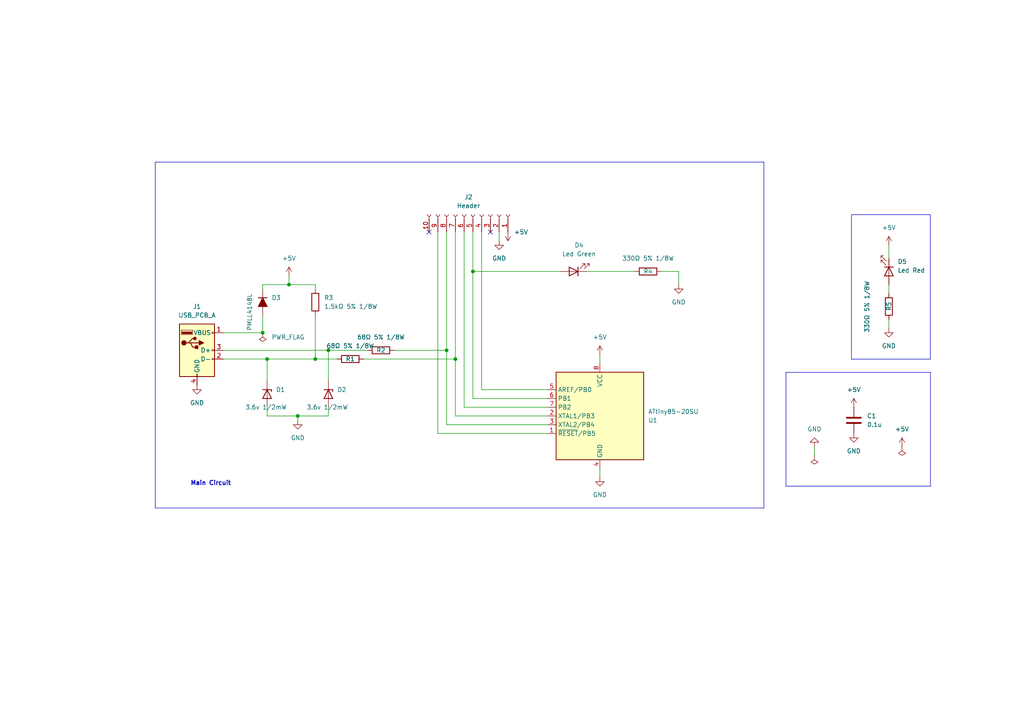
<source format=kicad_sch>
(kicad_sch (version 20230121) (generator eeschema)

  (uuid f2c20679-f28d-47ad-9191-2bfbde129570)

  (paper "A4")

  (title_block
    (title "ucc-microduino-2415049-yelicich-chacon")
    (date "2024-03-18")
    (rev "version Test2024")
    (company "UCC")
    (comment 1 "Micro Arduino para laboratorio de coputación 1")
  )

  (lib_symbols
    (symbol "+5V_1" (power) (pin_names (offset 0)) (in_bom yes) (on_board yes)
      (property "Reference" "#PWR" (at 0 -3.81 0)
        (effects (font (size 1.27 1.27)) hide)
      )
      (property "Value" "+5V_1" (at 0 3.556 0)
        (effects (font (size 1.27 1.27)))
      )
      (property "Footprint" "" (at 0 0 0)
        (effects (font (size 1.27 1.27)) hide)
      )
      (property "Datasheet" "" (at 0 0 0)
        (effects (font (size 1.27 1.27)) hide)
      )
      (property "ki_keywords" "global power" (at 0 0 0)
        (effects (font (size 1.27 1.27)) hide)
      )
      (property "ki_description" "Power symbol creates a global label with name \"+5V\"" (at 0 0 0)
        (effects (font (size 1.27 1.27)) hide)
      )
      (symbol "+5V_1_0_1"
        (polyline
          (pts
            (xy -0.762 1.27)
            (xy 0 2.54)
          )
          (stroke (width 0) (type default))
          (fill (type none))
        )
        (polyline
          (pts
            (xy 0 0)
            (xy 0 2.54)
          )
          (stroke (width 0) (type default))
          (fill (type none))
        )
        (polyline
          (pts
            (xy 0 2.54)
            (xy 0.762 1.27)
          )
          (stroke (width 0) (type default))
          (fill (type none))
        )
      )
      (symbol "+5V_1_1_1"
        (pin power_in line (at 0 0 90) (length 0) hide
          (name "+5V" (effects (font (size 1.27 1.27))))
          (number "1" (effects (font (size 1.27 1.27))))
        )
      )
    )
    (symbol "Connector:Conn_01x10_Socket" (pin_names (offset 1.016) hide) (in_bom yes) (on_board yes)
      (property "Reference" "J" (at 0 12.7 0)
        (effects (font (size 1.27 1.27)))
      )
      (property "Value" "Conn_01x10_Socket" (at 0 -15.24 0)
        (effects (font (size 1.27 1.27)))
      )
      (property "Footprint" "" (at 0 0 0)
        (effects (font (size 1.27 1.27)) hide)
      )
      (property "Datasheet" "~" (at 0 0 0)
        (effects (font (size 1.27 1.27)) hide)
      )
      (property "ki_locked" "" (at 0 0 0)
        (effects (font (size 1.27 1.27)))
      )
      (property "ki_keywords" "connector" (at 0 0 0)
        (effects (font (size 1.27 1.27)) hide)
      )
      (property "ki_description" "Generic connector, single row, 01x10, script generated" (at 0 0 0)
        (effects (font (size 1.27 1.27)) hide)
      )
      (property "ki_fp_filters" "Connector*:*_1x??_*" (at 0 0 0)
        (effects (font (size 1.27 1.27)) hide)
      )
      (symbol "Conn_01x10_Socket_1_1"
        (arc (start 0 -12.192) (mid -0.5058 -12.7) (end 0 -13.208)
          (stroke (width 0.1524) (type default))
          (fill (type none))
        )
        (arc (start 0 -9.652) (mid -0.5058 -10.16) (end 0 -10.668)
          (stroke (width 0.1524) (type default))
          (fill (type none))
        )
        (arc (start 0 -7.112) (mid -0.5058 -7.62) (end 0 -8.128)
          (stroke (width 0.1524) (type default))
          (fill (type none))
        )
        (arc (start 0 -4.572) (mid -0.5058 -5.08) (end 0 -5.588)
          (stroke (width 0.1524) (type default))
          (fill (type none))
        )
        (arc (start 0 -2.032) (mid -0.5058 -2.54) (end 0 -3.048)
          (stroke (width 0.1524) (type default))
          (fill (type none))
        )
        (polyline
          (pts
            (xy -1.27 -12.7)
            (xy -0.508 -12.7)
          )
          (stroke (width 0.1524) (type default))
          (fill (type none))
        )
        (polyline
          (pts
            (xy -1.27 -10.16)
            (xy -0.508 -10.16)
          )
          (stroke (width 0.1524) (type default))
          (fill (type none))
        )
        (polyline
          (pts
            (xy -1.27 -7.62)
            (xy -0.508 -7.62)
          )
          (stroke (width 0.1524) (type default))
          (fill (type none))
        )
        (polyline
          (pts
            (xy -1.27 -5.08)
            (xy -0.508 -5.08)
          )
          (stroke (width 0.1524) (type default))
          (fill (type none))
        )
        (polyline
          (pts
            (xy -1.27 -2.54)
            (xy -0.508 -2.54)
          )
          (stroke (width 0.1524) (type default))
          (fill (type none))
        )
        (polyline
          (pts
            (xy -1.27 0)
            (xy -0.508 0)
          )
          (stroke (width 0.1524) (type default))
          (fill (type none))
        )
        (polyline
          (pts
            (xy -1.27 2.54)
            (xy -0.508 2.54)
          )
          (stroke (width 0.1524) (type default))
          (fill (type none))
        )
        (polyline
          (pts
            (xy -1.27 5.08)
            (xy -0.508 5.08)
          )
          (stroke (width 0.1524) (type default))
          (fill (type none))
        )
        (polyline
          (pts
            (xy -1.27 7.62)
            (xy -0.508 7.62)
          )
          (stroke (width 0.1524) (type default))
          (fill (type none))
        )
        (polyline
          (pts
            (xy -1.27 10.16)
            (xy -0.508 10.16)
          )
          (stroke (width 0.1524) (type default))
          (fill (type none))
        )
        (arc (start 0 0.508) (mid -0.5058 0) (end 0 -0.508)
          (stroke (width 0.1524) (type default))
          (fill (type none))
        )
        (arc (start 0 3.048) (mid -0.5058 2.54) (end 0 2.032)
          (stroke (width 0.1524) (type default))
          (fill (type none))
        )
        (arc (start 0 5.588) (mid -0.5058 5.08) (end 0 4.572)
          (stroke (width 0.1524) (type default))
          (fill (type none))
        )
        (arc (start 0 8.128) (mid -0.5058 7.62) (end 0 7.112)
          (stroke (width 0.1524) (type default))
          (fill (type none))
        )
        (arc (start 0 10.668) (mid -0.5058 10.16) (end 0 9.652)
          (stroke (width 0.1524) (type default))
          (fill (type none))
        )
        (pin passive line (at -5.08 10.16 0) (length 3.81)
          (name "Pin_1" (effects (font (size 1.27 1.27))))
          (number "1" (effects (font (size 1.27 1.27))))
        )
        (pin passive line (at -5.08 -12.7 0) (length 3.81)
          (name "Pin_10" (effects (font (size 1.27 1.27))))
          (number "10" (effects (font (size 1.27 1.27))))
        )
        (pin passive line (at -5.08 7.62 0) (length 3.81)
          (name "Pin_2" (effects (font (size 1.27 1.27))))
          (number "2" (effects (font (size 1.27 1.27))))
        )
        (pin passive line (at -5.08 5.08 0) (length 3.81)
          (name "Pin_3" (effects (font (size 1.27 1.27))))
          (number "3" (effects (font (size 1.27 1.27))))
        )
        (pin passive line (at -5.08 2.54 0) (length 3.81)
          (name "Pin_4" (effects (font (size 1.27 1.27))))
          (number "4" (effects (font (size 1.27 1.27))))
        )
        (pin passive line (at -5.08 0 0) (length 3.81)
          (name "Pin_5" (effects (font (size 1.27 1.27))))
          (number "5" (effects (font (size 1.27 1.27))))
        )
        (pin passive line (at -5.08 -2.54 0) (length 3.81)
          (name "Pin_6" (effects (font (size 1.27 1.27))))
          (number "6" (effects (font (size 1.27 1.27))))
        )
        (pin passive line (at -5.08 -5.08 0) (length 3.81)
          (name "Pin_7" (effects (font (size 1.27 1.27))))
          (number "7" (effects (font (size 1.27 1.27))))
        )
        (pin passive line (at -5.08 -7.62 0) (length 3.81)
          (name "Pin_8" (effects (font (size 1.27 1.27))))
          (number "8" (effects (font (size 1.27 1.27))))
        )
        (pin passive line (at -5.08 -10.16 0) (length 3.81)
          (name "Pin_9" (effects (font (size 1.27 1.27))))
          (number "9" (effects (font (size 1.27 1.27))))
        )
      )
    )
    (symbol "Connector:USB_A" (pin_names (offset 1.016)) (in_bom yes) (on_board yes)
      (property "Reference" "J2" (at 0 12.7 0)
        (effects (font (size 1.27 1.27)))
      )
      (property "Value" "USB_A" (at 0 10.16 0)
        (effects (font (size 1.27 1.27)))
      )
      (property "Footprint" "" (at 3.81 -1.27 0)
        (effects (font (size 1.27 1.27)) hide)
      )
      (property "Datasheet" " ~" (at 3.81 -1.27 0)
        (effects (font (size 1.27 1.27)) hide)
      )
      (property "ki_keywords" "connector USB" (at 0 0 0)
        (effects (font (size 1.27 1.27)) hide)
      )
      (property "ki_description" "USB Type A connector" (at 0 0 0)
        (effects (font (size 1.27 1.27)) hide)
      )
      (property "ki_fp_filters" "USB*" (at 0 0 0)
        (effects (font (size 1.27 1.27)) hide)
      )
      (symbol "USB_A_0_1"
        (rectangle (start -5.08 -7.62) (end 5.08 7.62)
          (stroke (width 0.254) (type default))
          (fill (type background))
        )
        (circle (center -3.81 2.159) (radius 0.635)
          (stroke (width 0.254) (type default))
          (fill (type outline))
        )
        (rectangle (start -1.524 4.826) (end -4.318 5.334)
          (stroke (width 0) (type default))
          (fill (type outline))
        )
        (rectangle (start -1.27 4.572) (end -4.572 5.842)
          (stroke (width 0) (type default))
          (fill (type none))
        )
        (circle (center -0.635 3.429) (radius 0.381)
          (stroke (width 0.254) (type default))
          (fill (type outline))
        )
        (rectangle (start -0.127 -7.62) (end 0.127 -6.858)
          (stroke (width 0) (type default))
          (fill (type none))
        )
        (polyline
          (pts
            (xy -3.175 2.159)
            (xy -2.54 2.159)
            (xy -1.27 3.429)
            (xy -0.635 3.429)
          )
          (stroke (width 0.254) (type default))
          (fill (type none))
        )
        (polyline
          (pts
            (xy -2.54 2.159)
            (xy -1.905 2.159)
            (xy -1.27 0.889)
            (xy 0 0.889)
          )
          (stroke (width 0.254) (type default))
          (fill (type none))
        )
        (polyline
          (pts
            (xy 0.635 2.794)
            (xy 0.635 1.524)
            (xy 1.905 2.159)
            (xy 0.635 2.794)
          )
          (stroke (width 0.254) (type default))
          (fill (type outline))
        )
        (rectangle (start 0.254 1.27) (end -0.508 0.508)
          (stroke (width 0.254) (type default))
          (fill (type outline))
        )
        (rectangle (start 5.08 -2.667) (end 4.318 -2.413)
          (stroke (width 0) (type default))
          (fill (type none))
        )
        (rectangle (start 5.08 -0.127) (end 4.318 0.127)
          (stroke (width 0) (type default))
          (fill (type none))
        )
        (rectangle (start 5.08 4.953) (end 4.318 5.207)
          (stroke (width 0) (type default))
          (fill (type none))
        )
      )
      (symbol "USB_A_1_1"
        (polyline
          (pts
            (xy -1.905 2.159)
            (xy 0.635 2.159)
          )
          (stroke (width 0.254) (type default))
          (fill (type none))
        )
        (pin power_in line (at 7.62 5.08 180) (length 2.54)
          (name "VBUS" (effects (font (size 1.27 1.27))))
          (number "1" (effects (font (size 1.27 1.27))))
        )
        (pin bidirectional line (at 7.62 -2.54 180) (length 2.54)
          (name "D-" (effects (font (size 1.27 1.27))))
          (number "2" (effects (font (size 1.27 1.27))))
        )
        (pin bidirectional line (at 7.62 0 180) (length 2.54)
          (name "D+" (effects (font (size 1.27 1.27))))
          (number "3" (effects (font (size 1.27 1.27))))
        )
        (pin power_in line (at 0 -10.16 90) (length 2.54)
          (name "GND" (effects (font (size 1.27 1.27))))
          (number "4" (effects (font (size 1.27 1.27))))
        )
      )
    )
    (symbol "D_Filled_1" (pin_numbers hide) (pin_names (offset 1.016) hide) (in_bom yes) (on_board yes)
      (property "Reference" "D" (at 0 2.54 0)
        (effects (font (size 1.27 1.27)))
      )
      (property "Value" "D_Filled" (at 0 -2.54 0)
        (effects (font (size 1.27 1.27)))
      )
      (property "Footprint" "" (at 0 0 0)
        (effects (font (size 1.27 1.27)) hide)
      )
      (property "Datasheet" "~" (at 0 0 0)
        (effects (font (size 1.27 1.27)) hide)
      )
      (property "Sim.Device" "D" (at 0 0 0)
        (effects (font (size 1.27 1.27)) hide)
      )
      (property "Sim.Pins" "1=K 2=A" (at 0 0 0)
        (effects (font (size 1.27 1.27)) hide)
      )
      (property "ki_keywords" "diode" (at 0 0 0)
        (effects (font (size 1.27 1.27)) hide)
      )
      (property "ki_description" "Diode, filled shape" (at 0 0 0)
        (effects (font (size 1.27 1.27)) hide)
      )
      (property "ki_fp_filters" "TO-???* *_Diode_* *SingleDiode* D_*" (at 0 0 0)
        (effects (font (size 1.27 1.27)) hide)
      )
      (symbol "D_Filled_1_0_1"
        (polyline
          (pts
            (xy -1.27 1.27)
            (xy -1.27 -1.27)
          )
          (stroke (width 0.254) (type default))
          (fill (type none))
        )
        (polyline
          (pts
            (xy 1.27 0)
            (xy -1.27 0)
          )
          (stroke (width 0) (type default))
          (fill (type none))
        )
        (polyline
          (pts
            (xy 1.27 1.27)
            (xy 1.27 -1.27)
            (xy -1.27 0)
            (xy 1.27 1.27)
          )
          (stroke (width 0.254) (type default))
          (fill (type outline))
        )
      )
      (symbol "D_Filled_1_1_1"
        (pin passive line (at -3.81 0 0) (length 2.54)
          (name "K" (effects (font (size 1.27 1.27))))
          (number "1" (effects (font (size 1.27 1.27))))
        )
        (pin passive line (at 3.81 0 180) (length 2.54)
          (name "A" (effects (font (size 1.27 1.27))))
          (number "2" (effects (font (size 1.27 1.27))))
        )
      )
    )
    (symbol "Device:C" (pin_numbers hide) (pin_names (offset 0.254)) (in_bom yes) (on_board yes)
      (property "Reference" "C" (at 0.635 2.54 0)
        (effects (font (size 1.27 1.27)) (justify left))
      )
      (property "Value" "C" (at 0.635 -2.54 0)
        (effects (font (size 1.27 1.27)) (justify left))
      )
      (property "Footprint" "" (at 0.9652 -3.81 0)
        (effects (font (size 1.27 1.27)) hide)
      )
      (property "Datasheet" "~" (at 0 0 0)
        (effects (font (size 1.27 1.27)) hide)
      )
      (property "ki_keywords" "cap capacitor" (at 0 0 0)
        (effects (font (size 1.27 1.27)) hide)
      )
      (property "ki_description" "Unpolarized capacitor" (at 0 0 0)
        (effects (font (size 1.27 1.27)) hide)
      )
      (property "ki_fp_filters" "C_*" (at 0 0 0)
        (effects (font (size 1.27 1.27)) hide)
      )
      (symbol "C_0_1"
        (polyline
          (pts
            (xy -2.032 -0.762)
            (xy 2.032 -0.762)
          )
          (stroke (width 0.508) (type default))
          (fill (type none))
        )
        (polyline
          (pts
            (xy -2.032 0.762)
            (xy 2.032 0.762)
          )
          (stroke (width 0.508) (type default))
          (fill (type none))
        )
      )
      (symbol "C_1_1"
        (pin passive line (at 0 3.81 270) (length 2.794)
          (name "~" (effects (font (size 1.27 1.27))))
          (number "1" (effects (font (size 1.27 1.27))))
        )
        (pin passive line (at 0 -3.81 90) (length 2.794)
          (name "~" (effects (font (size 1.27 1.27))))
          (number "2" (effects (font (size 1.27 1.27))))
        )
      )
    )
    (symbol "Device:D_Zener" (pin_numbers hide) (pin_names (offset 1.016) hide) (in_bom yes) (on_board yes)
      (property "Reference" "D" (at 0 2.54 0)
        (effects (font (size 1.27 1.27)))
      )
      (property "Value" "D_Zener" (at 0 -2.54 0)
        (effects (font (size 1.27 1.27)))
      )
      (property "Footprint" "" (at 0 0 0)
        (effects (font (size 1.27 1.27)) hide)
      )
      (property "Datasheet" "~" (at 0 0 0)
        (effects (font (size 1.27 1.27)) hide)
      )
      (property "ki_keywords" "diode" (at 0 0 0)
        (effects (font (size 1.27 1.27)) hide)
      )
      (property "ki_description" "Zener diode" (at 0 0 0)
        (effects (font (size 1.27 1.27)) hide)
      )
      (property "ki_fp_filters" "TO-???* *_Diode_* *SingleDiode* D_*" (at 0 0 0)
        (effects (font (size 1.27 1.27)) hide)
      )
      (symbol "D_Zener_0_1"
        (polyline
          (pts
            (xy 1.27 0)
            (xy -1.27 0)
          )
          (stroke (width 0) (type default))
          (fill (type none))
        )
        (polyline
          (pts
            (xy -1.27 -1.27)
            (xy -1.27 1.27)
            (xy -0.762 1.27)
          )
          (stroke (width 0.254) (type default))
          (fill (type none))
        )
        (polyline
          (pts
            (xy 1.27 -1.27)
            (xy 1.27 1.27)
            (xy -1.27 0)
            (xy 1.27 -1.27)
          )
          (stroke (width 0.254) (type default))
          (fill (type none))
        )
      )
      (symbol "D_Zener_1_1"
        (pin passive line (at -3.81 0 0) (length 2.54)
          (name "K" (effects (font (size 1.27 1.27))))
          (number "1" (effects (font (size 1.27 1.27))))
        )
        (pin passive line (at 3.81 0 180) (length 2.54)
          (name "A" (effects (font (size 1.27 1.27))))
          (number "2" (effects (font (size 1.27 1.27))))
        )
      )
    )
    (symbol "Device:LED" (pin_numbers hide) (pin_names (offset 1.016) hide) (in_bom yes) (on_board yes)
      (property "Reference" "D" (at 0 2.54 0)
        (effects (font (size 1.27 1.27)))
      )
      (property "Value" "LED" (at 0 -2.54 0)
        (effects (font (size 1.27 1.27)))
      )
      (property "Footprint" "" (at 0 0 0)
        (effects (font (size 1.27 1.27)) hide)
      )
      (property "Datasheet" "~" (at 0 0 0)
        (effects (font (size 1.27 1.27)) hide)
      )
      (property "ki_keywords" "LED diode" (at 0 0 0)
        (effects (font (size 1.27 1.27)) hide)
      )
      (property "ki_description" "Light emitting diode" (at 0 0 0)
        (effects (font (size 1.27 1.27)) hide)
      )
      (property "ki_fp_filters" "LED* LED_SMD:* LED_THT:*" (at 0 0 0)
        (effects (font (size 1.27 1.27)) hide)
      )
      (symbol "LED_0_1"
        (polyline
          (pts
            (xy -1.27 -1.27)
            (xy -1.27 1.27)
          )
          (stroke (width 0.254) (type default))
          (fill (type none))
        )
        (polyline
          (pts
            (xy -1.27 0)
            (xy 1.27 0)
          )
          (stroke (width 0) (type default))
          (fill (type none))
        )
        (polyline
          (pts
            (xy 1.27 -1.27)
            (xy 1.27 1.27)
            (xy -1.27 0)
            (xy 1.27 -1.27)
          )
          (stroke (width 0.254) (type default))
          (fill (type none))
        )
        (polyline
          (pts
            (xy -3.048 -0.762)
            (xy -4.572 -2.286)
            (xy -3.81 -2.286)
            (xy -4.572 -2.286)
            (xy -4.572 -1.524)
          )
          (stroke (width 0) (type default))
          (fill (type none))
        )
        (polyline
          (pts
            (xy -1.778 -0.762)
            (xy -3.302 -2.286)
            (xy -2.54 -2.286)
            (xy -3.302 -2.286)
            (xy -3.302 -1.524)
          )
          (stroke (width 0) (type default))
          (fill (type none))
        )
      )
      (symbol "LED_1_1"
        (pin passive line (at -3.81 0 0) (length 2.54)
          (name "K" (effects (font (size 1.27 1.27))))
          (number "1" (effects (font (size 1.27 1.27))))
        )
        (pin passive line (at 3.81 0 180) (length 2.54)
          (name "A" (effects (font (size 1.27 1.27))))
          (number "2" (effects (font (size 1.27 1.27))))
        )
      )
    )
    (symbol "Device:R" (pin_numbers hide) (pin_names (offset 0)) (in_bom yes) (on_board yes)
      (property "Reference" "R" (at 2.032 0 90)
        (effects (font (size 1.27 1.27)))
      )
      (property "Value" "R" (at 0 0 90)
        (effects (font (size 1.27 1.27)))
      )
      (property "Footprint" "" (at -1.778 0 90)
        (effects (font (size 1.27 1.27)) hide)
      )
      (property "Datasheet" "~" (at 0 0 0)
        (effects (font (size 1.27 1.27)) hide)
      )
      (property "ki_keywords" "R res resistor" (at 0 0 0)
        (effects (font (size 1.27 1.27)) hide)
      )
      (property "ki_description" "Resistor" (at 0 0 0)
        (effects (font (size 1.27 1.27)) hide)
      )
      (property "ki_fp_filters" "R_*" (at 0 0 0)
        (effects (font (size 1.27 1.27)) hide)
      )
      (symbol "R_0_1"
        (rectangle (start -1.016 -2.54) (end 1.016 2.54)
          (stroke (width 0.254) (type default))
          (fill (type none))
        )
      )
      (symbol "R_1_1"
        (pin passive line (at 0 3.81 270) (length 1.27)
          (name "~" (effects (font (size 1.27 1.27))))
          (number "1" (effects (font (size 1.27 1.27))))
        )
        (pin passive line (at 0 -3.81 90) (length 1.27)
          (name "~" (effects (font (size 1.27 1.27))))
          (number "2" (effects (font (size 1.27 1.27))))
        )
      )
    )
    (symbol "GND_1" (power) (pin_names (offset 0)) (in_bom yes) (on_board yes)
      (property "Reference" "#PWR" (at 0 -6.35 0)
        (effects (font (size 1.27 1.27)) hide)
      )
      (property "Value" "GND_1" (at 0 -3.81 0)
        (effects (font (size 1.27 1.27)))
      )
      (property "Footprint" "" (at 0 0 0)
        (effects (font (size 1.27 1.27)) hide)
      )
      (property "Datasheet" "" (at 0 0 0)
        (effects (font (size 1.27 1.27)) hide)
      )
      (property "ki_keywords" "global power" (at 0 0 0)
        (effects (font (size 1.27 1.27)) hide)
      )
      (property "ki_description" "Power symbol creates a global label with name \"GND\" , ground" (at 0 0 0)
        (effects (font (size 1.27 1.27)) hide)
      )
      (symbol "GND_1_0_1"
        (polyline
          (pts
            (xy 0 0)
            (xy 0 -1.27)
            (xy 1.27 -1.27)
            (xy 0 -2.54)
            (xy -1.27 -1.27)
            (xy 0 -1.27)
          )
          (stroke (width 0) (type default))
          (fill (type none))
        )
      )
      (symbol "GND_1_1_1"
        (pin power_in line (at 0 0 270) (length 0) hide
          (name "GND" (effects (font (size 1.27 1.27))))
          (number "1" (effects (font (size 1.27 1.27))))
        )
      )
    )
    (symbol "MCU_Microchip_ATtiny:ATtiny85-20S" (in_bom yes) (on_board yes)
      (property "Reference" "U" (at -12.7 13.97 0)
        (effects (font (size 1.27 1.27)) (justify left bottom))
      )
      (property "Value" "ATtiny85-20S" (at 2.54 -13.97 0)
        (effects (font (size 1.27 1.27)) (justify left top))
      )
      (property "Footprint" "Package_SO:SOIC-8W_5.3x5.3mm_P1.27mm" (at 0 0 0)
        (effects (font (size 1.27 1.27) italic) hide)
      )
      (property "Datasheet" "http://ww1.microchip.com/downloads/en/DeviceDoc/atmel-2586-avr-8-bit-microcontroller-attiny25-attiny45-attiny85_datasheet.pdf" (at 0 0 0)
        (effects (font (size 1.27 1.27)) hide)
      )
      (property "ki_keywords" "AVR 8bit Microcontroller tinyAVR" (at 0 0 0)
        (effects (font (size 1.27 1.27)) hide)
      )
      (property "ki_description" "20MHz, 8kB Flash, 512B SRAM, 512B EEPROM, debugWIRE, SOIC-8W" (at 0 0 0)
        (effects (font (size 1.27 1.27)) hide)
      )
      (property "ki_fp_filters" "SOIC*5.3x5.3mm*P1.27mm*" (at 0 0 0)
        (effects (font (size 1.27 1.27)) hide)
      )
      (symbol "ATtiny85-20S_0_1"
        (rectangle (start -12.7 -12.7) (end 12.7 12.7)
          (stroke (width 0.254) (type default))
          (fill (type background))
        )
      )
      (symbol "ATtiny85-20S_1_1"
        (pin bidirectional line (at 15.24 -5.08 180) (length 2.54)
          (name "~{RESET}/PB5" (effects (font (size 1.27 1.27))))
          (number "1" (effects (font (size 1.27 1.27))))
        )
        (pin bidirectional line (at 15.24 0 180) (length 2.54)
          (name "XTAL1/PB3" (effects (font (size 1.27 1.27))))
          (number "2" (effects (font (size 1.27 1.27))))
        )
        (pin bidirectional line (at 15.24 -2.54 180) (length 2.54)
          (name "XTAL2/PB4" (effects (font (size 1.27 1.27))))
          (number "3" (effects (font (size 1.27 1.27))))
        )
        (pin power_in line (at 0 -15.24 90) (length 2.54)
          (name "GND" (effects (font (size 1.27 1.27))))
          (number "4" (effects (font (size 1.27 1.27))))
        )
        (pin bidirectional line (at 15.24 7.62 180) (length 2.54)
          (name "AREF/PB0" (effects (font (size 1.27 1.27))))
          (number "5" (effects (font (size 1.27 1.27))))
        )
        (pin bidirectional line (at 15.24 5.08 180) (length 2.54)
          (name "PB1" (effects (font (size 1.27 1.27))))
          (number "6" (effects (font (size 1.27 1.27))))
        )
        (pin bidirectional line (at 15.24 2.54 180) (length 2.54)
          (name "PB2" (effects (font (size 1.27 1.27))))
          (number "7" (effects (font (size 1.27 1.27))))
        )
        (pin power_in line (at 0 15.24 270) (length 2.54)
          (name "VCC" (effects (font (size 1.27 1.27))))
          (number "8" (effects (font (size 1.27 1.27))))
        )
      )
    )
    (symbol "PWR_FLAG_1" (power) (pin_numbers hide) (pin_names (offset 0) hide) (in_bom yes) (on_board yes)
      (property "Reference" "#FLG" (at 0 1.905 0)
        (effects (font (size 1.27 1.27)) hide)
      )
      (property "Value" "PWR_FLAG_1" (at 0 3.81 0)
        (effects (font (size 1.27 1.27)))
      )
      (property "Footprint" "" (at 0 0 0)
        (effects (font (size 1.27 1.27)) hide)
      )
      (property "Datasheet" "~" (at 0 0 0)
        (effects (font (size 1.27 1.27)) hide)
      )
      (property "ki_keywords" "flag power" (at 0 0 0)
        (effects (font (size 1.27 1.27)) hide)
      )
      (property "ki_description" "Special symbol for telling ERC where power comes from" (at 0 0 0)
        (effects (font (size 1.27 1.27)) hide)
      )
      (symbol "PWR_FLAG_1_0_0"
        (pin power_out line (at 0 0 90) (length 0)
          (name "pwr" (effects (font (size 1.27 1.27))))
          (number "1" (effects (font (size 1.27 1.27))))
        )
      )
      (symbol "PWR_FLAG_1_0_1"
        (polyline
          (pts
            (xy 0 0)
            (xy 0 1.27)
            (xy -1.016 1.905)
            (xy 0 2.54)
            (xy 1.016 1.905)
            (xy 0 1.27)
          )
          (stroke (width 0) (type default))
          (fill (type none))
        )
      )
    )
    (symbol "power:+5V" (power) (pin_names (offset 0)) (in_bom yes) (on_board yes)
      (property "Reference" "#PWR" (at 0 -3.81 0)
        (effects (font (size 1.27 1.27)) hide)
      )
      (property "Value" "+5V" (at 0 3.556 0)
        (effects (font (size 1.27 1.27)))
      )
      (property "Footprint" "" (at 0 0 0)
        (effects (font (size 1.27 1.27)) hide)
      )
      (property "Datasheet" "" (at 0 0 0)
        (effects (font (size 1.27 1.27)) hide)
      )
      (property "ki_keywords" "global power" (at 0 0 0)
        (effects (font (size 1.27 1.27)) hide)
      )
      (property "ki_description" "Power symbol creates a global label with name \"+5V\"" (at 0 0 0)
        (effects (font (size 1.27 1.27)) hide)
      )
      (symbol "+5V_0_1"
        (polyline
          (pts
            (xy -0.762 1.27)
            (xy 0 2.54)
          )
          (stroke (width 0) (type default))
          (fill (type none))
        )
        (polyline
          (pts
            (xy 0 0)
            (xy 0 2.54)
          )
          (stroke (width 0) (type default))
          (fill (type none))
        )
        (polyline
          (pts
            (xy 0 2.54)
            (xy 0.762 1.27)
          )
          (stroke (width 0) (type default))
          (fill (type none))
        )
      )
      (symbol "+5V_1_1"
        (pin power_in line (at 0 0 90) (length 0) hide
          (name "+5V" (effects (font (size 1.27 1.27))))
          (number "1" (effects (font (size 1.27 1.27))))
        )
      )
    )
    (symbol "power:GND" (power) (pin_names (offset 0)) (in_bom yes) (on_board yes)
      (property "Reference" "#PWR" (at 0 -6.35 0)
        (effects (font (size 1.27 1.27)) hide)
      )
      (property "Value" "GND" (at 0 -3.81 0)
        (effects (font (size 1.27 1.27)))
      )
      (property "Footprint" "" (at 0 0 0)
        (effects (font (size 1.27 1.27)) hide)
      )
      (property "Datasheet" "" (at 0 0 0)
        (effects (font (size 1.27 1.27)) hide)
      )
      (property "ki_keywords" "global power" (at 0 0 0)
        (effects (font (size 1.27 1.27)) hide)
      )
      (property "ki_description" "Power symbol creates a global label with name \"GND\" , ground" (at 0 0 0)
        (effects (font (size 1.27 1.27)) hide)
      )
      (symbol "GND_0_1"
        (polyline
          (pts
            (xy 0 0)
            (xy 0 -1.27)
            (xy 1.27 -1.27)
            (xy 0 -2.54)
            (xy -1.27 -1.27)
            (xy 0 -1.27)
          )
          (stroke (width 0) (type default))
          (fill (type none))
        )
      )
      (symbol "GND_1_1"
        (pin power_in line (at 0 0 270) (length 0) hide
          (name "GND" (effects (font (size 1.27 1.27))))
          (number "1" (effects (font (size 1.27 1.27))))
        )
      )
    )
  )

  (junction (at 137.16 78.74) (diameter 0) (color 0 0 0 0)
    (uuid 041451b2-89a3-4fb6-931f-507b56349feb)
  )
  (junction (at 129.54 101.6) (diameter 0) (color 0 0 0 0)
    (uuid 0d6fdf6f-7ed0-4295-83cf-f5ff21583e4a)
  )
  (junction (at 83.82 82.55) (diameter 0) (color 0 0 0 0)
    (uuid 638b2558-bdb3-4f0e-9a90-3fba32b05f33)
  )
  (junction (at 86.36 120.65) (diameter 0) (color 0 0 0 0)
    (uuid 660c5dce-dd76-4bc8-aeef-9830f52eea48)
  )
  (junction (at 76.2 96.52) (diameter 0) (color 0 0 0 0)
    (uuid a908dd76-7941-4155-9c6a-13074b566478)
  )
  (junction (at 132.08 104.14) (diameter 0) (color 0 0 0 0)
    (uuid aaf62ae4-f226-42ad-8cc0-4347456b80f4)
  )
  (junction (at 77.47 104.14) (diameter 0) (color 0 0 0 0)
    (uuid c5fc1635-1224-4bc2-8447-eaddf85762ae)
  )
  (junction (at 91.44 104.14) (diameter 0) (color 0 0 0 0)
    (uuid d1f57261-58c9-4c95-8669-390d3f60a1b5)
  )
  (junction (at 95.25 101.6) (diameter 0) (color 0 0 0 0)
    (uuid ddf87edf-283f-4ddd-b345-ed3e64bc1c60)
  )

  (no_connect (at 142.24 67.31) (uuid 16c0d12a-609b-4b7b-a5be-f97fcaaef355))
  (no_connect (at 124.46 67.31) (uuid 6f828faf-5169-4710-b5aa-feea6ba51fe2))

  (wire (pts (xy 105.41 104.14) (xy 132.08 104.14))
    (stroke (width 0) (type default))
    (uuid 05415ba3-7317-4033-be9c-3e9b92af3b7b)
  )
  (wire (pts (xy 173.99 138.43) (xy 173.99 135.89))
    (stroke (width 0) (type default))
    (uuid 08db8b25-a9d8-4e37-b517-580b0d093de5)
  )
  (wire (pts (xy 196.85 78.74) (xy 196.85 82.55))
    (stroke (width 0) (type default))
    (uuid 0d1a5132-55d1-4df6-9437-6e1235040e96)
  )
  (polyline (pts (xy 45.0342 147.3454) (xy 45.0342 47.0154))
    (stroke (width 0) (type default))
    (uuid 12c67071-fe67-4f47-a0ca-3ef1ab2bc966)
  )

  (wire (pts (xy 257.81 82.55) (xy 257.81 85.09))
    (stroke (width 0) (type default))
    (uuid 12d93ed6-f18e-416d-b801-5e1d325f2f30)
  )
  (wire (pts (xy 95.25 101.6) (xy 95.25 110.49))
    (stroke (width 0) (type default))
    (uuid 161d75b3-cab8-4fc2-b12f-e3562b058714)
  )
  (wire (pts (xy 139.7 67.31) (xy 139.7 113.03))
    (stroke (width 0) (type default))
    (uuid 1a55053b-d986-451c-89d4-940bea464d00)
  )
  (wire (pts (xy 95.25 118.11) (xy 95.25 120.65))
    (stroke (width 0) (type default))
    (uuid 1d96853b-1b4f-4ed1-8e56-94bc8ac0dcdb)
  )
  (polyline (pts (xy 221.5642 47.0154) (xy 221.5642 147.3454))
    (stroke (width 0) (type default))
    (uuid 1f5f82f7-3c3e-40e2-9a00-ce83a042d5ac)
  )

  (wire (pts (xy 137.16 78.74) (xy 162.56 78.74))
    (stroke (width 0) (type default))
    (uuid 1f91555b-8270-45f5-85ec-e9a1aabac669)
  )
  (wire (pts (xy 137.16 115.57) (xy 158.75 115.57))
    (stroke (width 0) (type default))
    (uuid 2711513b-2418-4c65-a87a-9b529507a3f1)
  )
  (wire (pts (xy 76.2 82.55) (xy 83.82 82.55))
    (stroke (width 0) (type default))
    (uuid 28600da6-d8f0-45b0-bcfd-a5e626e9bde5)
  )
  (wire (pts (xy 191.77 78.74) (xy 196.85 78.74))
    (stroke (width 0) (type default))
    (uuid 28708cfd-4d11-4657-8ede-33ce4926958b)
  )
  (wire (pts (xy 134.62 67.31) (xy 134.62 118.11))
    (stroke (width 0) (type default))
    (uuid 305e28f1-0c06-4fed-add1-fc13e9374791)
  )
  (wire (pts (xy 95.25 101.6) (xy 106.68 101.6))
    (stroke (width 0) (type default))
    (uuid 35f93e81-c790-4f4a-a3b3-d8e94497fb26)
  )
  (wire (pts (xy 91.44 91.44) (xy 91.44 104.14))
    (stroke (width 0) (type default))
    (uuid 3cabf514-5bb1-4f72-85c1-77704889252b)
  )
  (wire (pts (xy 132.08 120.65) (xy 158.75 120.65))
    (stroke (width 0) (type default))
    (uuid 3d520251-8a0b-44c3-b0e5-12a425a90f79)
  )
  (wire (pts (xy 170.18 78.74) (xy 184.15 78.74))
    (stroke (width 0) (type default))
    (uuid 3eae8464-1d81-4b14-88b9-95efb7f77ba5)
  )
  (wire (pts (xy 91.44 82.55) (xy 91.44 83.82))
    (stroke (width 0) (type default))
    (uuid 4ba2a961-10e9-4874-93f2-ca619ed0456a)
  )
  (wire (pts (xy 64.77 96.52) (xy 76.2 96.52))
    (stroke (width 0) (type default))
    (uuid 4d8b86d4-f39e-44cd-ac24-b82001a051e7)
  )
  (polyline (pts (xy 269.8242 62.2554) (xy 269.8242 104.1654))
    (stroke (width 0) (type default))
    (uuid 4eb3e81b-c3fe-4e85-853e-9ce32520e02d)
  )

  (wire (pts (xy 64.77 104.14) (xy 77.47 104.14))
    (stroke (width 0) (type default))
    (uuid 4f1b945f-fe4b-4b53-8e83-50bcd314fb34)
  )
  (wire (pts (xy 137.16 78.74) (xy 137.16 115.57))
    (stroke (width 0) (type default))
    (uuid 52108ec1-a9af-42c7-a637-1094a4593163)
  )
  (wire (pts (xy 129.54 101.6) (xy 129.54 123.19))
    (stroke (width 0) (type default))
    (uuid 5e87cff6-615a-41af-b006-fbb9fb2bf9d8)
  )
  (wire (pts (xy 76.2 82.55) (xy 76.2 83.82))
    (stroke (width 0) (type default))
    (uuid 6488931b-6f31-4bb2-a2c0-a173b8626b31)
  )
  (wire (pts (xy 132.08 67.31) (xy 132.08 104.14))
    (stroke (width 0) (type default))
    (uuid 650305ed-0814-47bb-ab14-7c04b0424484)
  )
  (polyline (pts (xy 227.965 108.0008) (xy 269.875 108.0008))
    (stroke (width 0) (type default))
    (uuid 654c2277-b153-442b-b460-0cc1001e1bfe)
  )

  (wire (pts (xy 127 67.31) (xy 127 125.73))
    (stroke (width 0) (type default))
    (uuid 6c01caea-f853-4852-8776-8268a8900837)
  )
  (polyline (pts (xy 269.8242 104.1654) (xy 246.9642 104.1654))
    (stroke (width 0) (type default))
    (uuid 73b21d52-5af1-4324-ac82-7fc4e93bc07a)
  )

  (wire (pts (xy 132.08 104.14) (xy 132.08 120.65))
    (stroke (width 0) (type default))
    (uuid 78f0382f-05c7-42e5-bc2d-60b8ebcf77ae)
  )
  (wire (pts (xy 137.16 67.31) (xy 137.16 78.74))
    (stroke (width 0) (type default))
    (uuid 79ac1660-7304-49b3-ad20-b436e01d3994)
  )
  (polyline (pts (xy 227.965 141.0208) (xy 227.965 108.0008))
    (stroke (width 0) (type default))
    (uuid 7b5ddeea-8245-4000-8222-3f545ae9a1f4)
  )

  (wire (pts (xy 91.44 104.14) (xy 97.79 104.14))
    (stroke (width 0) (type default))
    (uuid 7dc03508-3b5e-4d15-be2e-91adbd643da2)
  )
  (wire (pts (xy 77.47 104.14) (xy 91.44 104.14))
    (stroke (width 0) (type default))
    (uuid 7e4b2bc1-04c4-49da-a33b-c8c33a62d46f)
  )
  (polyline (pts (xy 221.5642 147.3454) (xy 45.0342 147.3454))
    (stroke (width 0) (type default))
    (uuid 7ebb2a4f-8cb5-40c6-9206-e43704b68921)
  )

  (wire (pts (xy 77.47 104.14) (xy 77.47 110.49))
    (stroke (width 0) (type default))
    (uuid 829c7c89-0925-4f72-8742-f927fe020130)
  )
  (wire (pts (xy 144.78 67.31) (xy 144.78 69.85))
    (stroke (width 0) (type default))
    (uuid 84031c01-5386-4bbd-bef0-03cb549477d0)
  )
  (wire (pts (xy 83.82 82.55) (xy 91.44 82.55))
    (stroke (width 0) (type default))
    (uuid 90facbc8-2226-4f66-9a06-7c74dc750af9)
  )
  (wire (pts (xy 134.62 118.11) (xy 158.75 118.11))
    (stroke (width 0) (type default))
    (uuid a02e28de-ecd7-4cd7-98d3-c9ef7c5bcc91)
  )
  (wire (pts (xy 77.47 118.11) (xy 77.47 120.65))
    (stroke (width 0) (type default))
    (uuid ac4aa63d-ff0a-49c3-b2de-94f94fbf214e)
  )
  (wire (pts (xy 114.3 101.6) (xy 129.54 101.6))
    (stroke (width 0) (type default))
    (uuid b7f8846d-7333-4cdb-97e1-d110c817b1ff)
  )
  (polyline (pts (xy 246.9642 104.1654) (xy 246.9642 62.2554))
    (stroke (width 0) (type default))
    (uuid c289a2e8-800f-459f-8e02-e4181254dd67)
  )
  (polyline (pts (xy 246.9642 62.2554) (xy 269.8242 62.2554))
    (stroke (width 0) (type default))
    (uuid c5196035-626d-4878-af78-a964605d27be)
  )

  (wire (pts (xy 83.82 80.01) (xy 83.82 82.55))
    (stroke (width 0) (type default))
    (uuid ccb898ae-337a-4fe4-bbd6-0e1faa73d6af)
  )
  (wire (pts (xy 257.81 71.12) (xy 257.81 74.93))
    (stroke (width 0) (type default))
    (uuid cd1eda20-39da-4d62-a3f7-d98d1834ab26)
  )
  (wire (pts (xy 76.2 96.52) (xy 76.2 91.44))
    (stroke (width 0) (type default))
    (uuid cf9f44f1-b54f-4224-97cb-341c3b34120d)
  )
  (wire (pts (xy 127 125.73) (xy 158.75 125.73))
    (stroke (width 0) (type default))
    (uuid cfabd7ea-b917-4477-8d30-29ff9b752ee5)
  )
  (wire (pts (xy 139.7 113.03) (xy 158.75 113.03))
    (stroke (width 0) (type default))
    (uuid d317d532-7703-4cb6-8389-26d97cb7d6cd)
  )
  (wire (pts (xy 64.77 101.6) (xy 95.25 101.6))
    (stroke (width 0) (type default))
    (uuid d5b3a426-0317-4bb4-9a32-3c33546bf4a6)
  )
  (wire (pts (xy 173.99 102.87) (xy 173.99 105.41))
    (stroke (width 0) (type default))
    (uuid d640fa0c-9126-42c2-9b84-d8e25ce31ead)
  )
  (wire (pts (xy 257.81 92.71) (xy 257.81 95.25))
    (stroke (width 0) (type default))
    (uuid dc63ae61-ba34-4cd0-91c6-ca4a9b2b4e7a)
  )
  (wire (pts (xy 86.36 120.65) (xy 86.36 121.92))
    (stroke (width 0) (type default))
    (uuid e2fef616-2edc-4ca3-9a03-d44487e53f99)
  )
  (polyline (pts (xy 269.875 108.0008) (xy 269.875 141.0208))
    (stroke (width 0) (type default))
    (uuid eaa8bceb-f274-422b-90fd-fe4877b72009)
  )

  (wire (pts (xy 77.47 120.65) (xy 86.36 120.65))
    (stroke (width 0) (type default))
    (uuid eb3ac79f-d97e-4b88-ba3a-7d1db8079a7e)
  )
  (wire (pts (xy 236.22 129.54) (xy 236.22 132.08))
    (stroke (width 0) (type default))
    (uuid ebd68dcc-d94b-4df4-8348-3b59ffd3d8b6)
  )
  (polyline (pts (xy 45.0342 47.0154) (xy 221.5642 47.0154))
    (stroke (width 0) (type default))
    (uuid ed367599-b43c-449a-9a14-78d4b79558be)
  )
  (polyline (pts (xy 269.875 141.0208) (xy 227.965 141.0208))
    (stroke (width 0) (type default))
    (uuid f518fdf6-0ceb-48a0-bbc6-ad5fd27a602e)
  )

  (wire (pts (xy 129.54 67.31) (xy 129.54 101.6))
    (stroke (width 0) (type default))
    (uuid f5d3b1ad-d951-498d-8fb3-b72b8d93a76b)
  )
  (wire (pts (xy 86.36 120.65) (xy 95.25 120.65))
    (stroke (width 0) (type default))
    (uuid fbb69d1f-14a6-4a5c-ab85-e0263de42dc9)
  )
  (wire (pts (xy 129.54 123.19) (xy 158.75 123.19))
    (stroke (width 0) (type default))
    (uuid fe70482b-949b-4431-959d-a6812df4f13a)
  )

  (text "Main Circuit" (at 55.1942 140.9954 0)
    (effects (font (size 1.27 1.27) (thickness 0.254) bold) (justify left bottom))
    (uuid 39ea4496-1b44-485f-ab4a-73accbcc9f99)
  )

  (symbol (lib_id "power:GND") (at 144.78 69.85 0) (unit 1)
    (in_bom yes) (on_board yes) (dnp no) (fields_autoplaced)
    (uuid 05b11cca-5ed1-458c-b391-32ac6af88c92)
    (property "Reference" "#PWR05" (at 144.78 76.2 0)
      (effects (font (size 1.27 1.27)) hide)
    )
    (property "Value" "GND" (at 144.78 74.93 0)
      (effects (font (size 1.27 1.27)))
    )
    (property "Footprint" "" (at 144.78 69.85 0)
      (effects (font (size 1.27 1.27)) hide)
    )
    (property "Datasheet" "" (at 144.78 69.85 0)
      (effects (font (size 1.27 1.27)) hide)
    )
    (pin "1" (uuid 3b4dda97-c0df-4bc7-9536-5f217278ebdb))
    (instances
      (project "UccMicroDuino"
        (path "/f2c20679-f28d-47ad-9191-2bfbde129570"
          (reference "#PWR05") (unit 1)
        )
      )
    )
  )

  (symbol (lib_id "Device:LED") (at 257.81 78.74 270) (unit 1)
    (in_bom yes) (on_board yes) (dnp no) (fields_autoplaced)
    (uuid 10997108-4d28-41d5-89fd-26fd3e77510d)
    (property "Reference" "D5" (at 260.35 75.8825 90)
      (effects (font (size 1.27 1.27)) (justify left))
    )
    (property "Value" "Led Red" (at 260.35 78.4225 90)
      (effects (font (size 1.27 1.27)) (justify left))
    )
    (property "Footprint" "ledSmd:ledSMD" (at 257.81 78.74 0)
      (effects (font (size 1.27 1.27)) hide)
    )
    (property "Datasheet" "~" (at 257.81 78.74 0)
      (effects (font (size 1.27 1.27)) hide)
    )
    (pin "1" (uuid 6a56b9b8-989d-40d2-b3e3-fa9b27e2b85e))
    (pin "2" (uuid 110d10a5-88f6-431c-a2cd-ff669426f494))
    (instances
      (project "UccMicroDuino"
        (path "/f2c20679-f28d-47ad-9191-2bfbde129570"
          (reference "D5") (unit 1)
        )
      )
    )
  )

  (symbol (lib_id "Device:R") (at 91.44 87.63 0) (unit 1)
    (in_bom yes) (on_board yes) (dnp no) (fields_autoplaced)
    (uuid 1ad09e81-a9e6-4168-ab8f-f6dc88a2ffca)
    (property "Reference" "R1" (at 93.98 86.36 0)
      (effects (font (size 1.27 1.27)) (justify left))
    )
    (property "Value" "1.5kΩ 5% 1/8W" (at 93.98 88.9 0)
      (effects (font (size 1.27 1.27)) (justify left))
    )
    (property "Footprint" "Resistor_SMD:R_0805_2012Metric_Pad1.20x1.40mm_HandSolder" (at 89.662 87.63 90)
      (effects (font (size 1.27 1.27)) hide)
    )
    (property "Datasheet" "~" (at 91.44 87.63 0)
      (effects (font (size 1.27 1.27)) hide)
    )
    (pin "1" (uuid 4e7abc82-5fea-48c4-8ea1-9a8328442143))
    (pin "2" (uuid 3db91e4f-0f11-4f40-b079-d1b1281a631f))
    (instances
      (project "Clase 1"
        (path "/e763c805-2d98-46c7-a7c5-10a127323b27"
          (reference "R1") (unit 1)
        )
      )
      (project "UccMicroDuino"
        (path "/f2c20679-f28d-47ad-9191-2bfbde129570"
          (reference "R3") (unit 1)
        )
      )
    )
  )

  (symbol (lib_id "power:GND") (at 247.65 125.73 0) (unit 1)
    (in_bom yes) (on_board yes) (dnp no) (fields_autoplaced)
    (uuid 1aeb63ea-d8d7-4aa1-8a4e-3bade80c2e2a)
    (property "Reference" "#PWR013" (at 247.65 132.08 0)
      (effects (font (size 1.27 1.27)) hide)
    )
    (property "Value" "GND" (at 247.65 130.81 0)
      (effects (font (size 1.27 1.27)))
    )
    (property "Footprint" "" (at 247.65 125.73 0)
      (effects (font (size 1.27 1.27)) hide)
    )
    (property "Datasheet" "" (at 247.65 125.73 0)
      (effects (font (size 1.27 1.27)) hide)
    )
    (pin "1" (uuid 92bf343e-1c71-426e-8b89-51b4b3682464))
    (instances
      (project "UccMicroDuino"
        (path "/f2c20679-f28d-47ad-9191-2bfbde129570"
          (reference "#PWR013") (unit 1)
        )
      )
    )
  )

  (symbol (lib_id "Device:R") (at 187.96 78.74 90) (unit 1)
    (in_bom yes) (on_board yes) (dnp no)
    (uuid 2227eb40-2052-4891-adb7-cd326667b877)
    (property "Reference" "R4" (at 187.96 78.74 90)
      (effects (font (size 1.27 1.27)))
    )
    (property "Value" "330Ω 5% 1/8W" (at 187.96 74.93 90)
      (effects (font (size 1.27 1.27)))
    )
    (property "Footprint" "Resistor_SMD:R_0805_2012Metric_Pad1.20x1.40mm_HandSolder" (at 187.96 80.518 90)
      (effects (font (size 1.27 1.27)) hide)
    )
    (property "Datasheet" "~" (at 187.96 78.74 0)
      (effects (font (size 1.27 1.27)) hide)
    )
    (pin "1" (uuid 9043252b-431b-469b-a435-baf25b8144bf))
    (pin "2" (uuid 2b709991-30d3-4899-b108-d3cfdd9c92e3))
    (instances
      (project "UccMicroDuino"
        (path "/f2c20679-f28d-47ad-9191-2bfbde129570"
          (reference "R4") (unit 1)
        )
      )
    )
  )

  (symbol (lib_id "Device:D_Zener") (at 77.47 114.3 270) (unit 1)
    (in_bom yes) (on_board yes) (dnp no)
    (uuid 25411291-d1c6-47f7-b371-c9e89490bee3)
    (property "Reference" "D1" (at 80.01 113.03 90)
      (effects (font (size 1.27 1.27)) (justify left))
    )
    (property "Value" "3.6v 1/2mW" (at 71.12 118.11 90)
      (effects (font (size 1.27 1.27)) (justify left))
    )
    (property "Footprint" "Diode_SMD:D_SOD-123" (at 77.47 114.3 0)
      (effects (font (size 1.27 1.27)) hide)
    )
    (property "Datasheet" "~" (at 77.47 114.3 0)
      (effects (font (size 1.27 1.27)) hide)
    )
    (pin "1" (uuid c2a5c4c6-90e3-41f9-bb4f-be5a750c86cd))
    (pin "2" (uuid 82b98da4-5a87-49ee-9494-960aaf8dd2a7))
    (instances
      (project "Clase 1"
        (path "/e763c805-2d98-46c7-a7c5-10a127323b27"
          (reference "D1") (unit 1)
        )
      )
      (project "UccMicroDuino"
        (path "/f2c20679-f28d-47ad-9191-2bfbde129570"
          (reference "D1") (unit 1)
        )
      )
    )
  )

  (symbol (lib_id "power:+5V") (at 173.99 102.87 0) (unit 1)
    (in_bom yes) (on_board yes) (dnp no) (fields_autoplaced)
    (uuid 31724bc0-f1a8-4dff-9a34-50c0805b9646)
    (property "Reference" "#PWR08" (at 173.99 106.68 0)
      (effects (font (size 1.27 1.27)) hide)
    )
    (property "Value" "+5V" (at 173.99 97.79 0)
      (effects (font (size 1.27 1.27)))
    )
    (property "Footprint" "" (at 173.99 102.87 0)
      (effects (font (size 1.27 1.27)) hide)
    )
    (property "Datasheet" "" (at 173.99 102.87 0)
      (effects (font (size 1.27 1.27)) hide)
    )
    (pin "1" (uuid 471dac05-81e3-49c6-b995-4e10e1c88e9f))
    (instances
      (project "UccMicroDuino"
        (path "/f2c20679-f28d-47ad-9191-2bfbde129570"
          (reference "#PWR08") (unit 1)
        )
      )
    )
  )

  (symbol (lib_id "MCU_Microchip_ATtiny:ATtiny85-20S") (at 173.99 120.65 0) (mirror y) (unit 1)
    (in_bom yes) (on_board yes) (dnp no)
    (uuid 333f0dac-2da2-4252-b55d-20da165172bb)
    (property "Reference" "U2" (at 187.96 121.92 0)
      (effects (font (size 1.27 1.27)) (justify right))
    )
    (property "Value" "ATtiny85-20SU" (at 187.96 119.38 0)
      (effects (font (size 1.27 1.27)) (justify right))
    )
    (property "Footprint" "Package_SO:SOIC-8W_5.3x5.3mm_P1.27mm" (at 173.99 120.65 0)
      (effects (font (size 1.27 1.27) italic) hide)
    )
    (property "Datasheet" "http://ww1.microchip.com/downloads/en/DeviceDoc/atmel-2586-avr-8-bit-microcontroller-attiny25-attiny45-attiny85_datasheet.pdf" (at 173.99 120.65 0)
      (effects (font (size 1.27 1.27)) hide)
    )
    (pin "1" (uuid f2c6d99f-a285-4a32-9cf2-5bf45904140f))
    (pin "2" (uuid b9f90a70-edd7-4fde-a922-a51230db7c64))
    (pin "3" (uuid 54d1a8d6-83c8-4e70-8a22-6566cdd95966))
    (pin "4" (uuid 5f554262-1a2a-4923-a8d6-fc00c2151943))
    (pin "5" (uuid ef4cd162-704a-4bac-864e-d0916bfe95c8))
    (pin "6" (uuid e0e0d17a-c138-4d68-a5f5-9153c0e1693f))
    (pin "7" (uuid 9186f3a7-8d84-48cb-88f1-ea069232b715))
    (pin "8" (uuid 3b673756-5089-4995-a6dc-25a2b5f6e068))
    (instances
      (project "Clase 1"
        (path "/e763c805-2d98-46c7-a7c5-10a127323b27"
          (reference "U2") (unit 1)
        )
      )
      (project "UccMicroDuino"
        (path "/f2c20679-f28d-47ad-9191-2bfbde129570"
          (reference "U1") (unit 1)
        )
      )
    )
  )

  (symbol (lib_id "Device:LED") (at 166.37 78.74 180) (unit 1)
    (in_bom yes) (on_board yes) (dnp no)
    (uuid 3439b42b-5d17-414f-993e-38d043e8aa5e)
    (property "Reference" "D4" (at 167.9575 71.12 0)
      (effects (font (size 1.27 1.27)))
    )
    (property "Value" "Led Green" (at 167.9575 73.66 0)
      (effects (font (size 1.27 1.27)))
    )
    (property "Footprint" "ledSmd:ledSMD" (at 166.37 78.74 0)
      (effects (font (size 1.27 1.27)) hide)
    )
    (property "Datasheet" "~" (at 166.37 78.74 0)
      (effects (font (size 1.27 1.27)) hide)
    )
    (pin "1" (uuid 030a8e9b-464d-4055-93cf-45ccbe2e6db3))
    (pin "2" (uuid befddfbd-4c76-4e5e-bbb1-447b65df88ff))
    (instances
      (project "UccMicroDuino"
        (path "/f2c20679-f28d-47ad-9191-2bfbde129570"
          (reference "D4") (unit 1)
        )
      )
    )
  )

  (symbol (lib_id "power:GND") (at 57.15 111.76 0) (unit 1)
    (in_bom yes) (on_board yes) (dnp no) (fields_autoplaced)
    (uuid 37ff8d52-7181-4ed5-be4e-185d916a4e3a)
    (property "Reference" "#PWR07" (at 57.15 118.11 0)
      (effects (font (size 1.27 1.27)) hide)
    )
    (property "Value" "GND" (at 57.15 116.84 0)
      (effects (font (size 1.27 1.27)))
    )
    (property "Footprint" "" (at 57.15 111.76 0)
      (effects (font (size 1.27 1.27)) hide)
    )
    (property "Datasheet" "" (at 57.15 111.76 0)
      (effects (font (size 1.27 1.27)) hide)
    )
    (pin "1" (uuid 1e610f3e-1d9b-4120-8bf4-12fb1b4f4a20))
    (instances
      (project "UccMicroDuino"
        (path "/f2c20679-f28d-47ad-9191-2bfbde129570"
          (reference "#PWR07") (unit 1)
        )
      )
    )
  )

  (symbol (lib_id "Connector:Conn_01x10_Socket") (at 137.16 62.23 270) (mirror x) (unit 1)
    (in_bom yes) (on_board yes) (dnp no)
    (uuid 43f917b8-7bd2-489e-9718-7e0381f2a8f7)
    (property "Reference" "J2" (at 135.89 57.15 90)
      (effects (font (size 1.27 1.27)))
    )
    (property "Value" "Header" (at 135.89 59.69 90)
      (effects (font (size 1.27 1.27)))
    )
    (property "Footprint" "Connector_PinHeader_2.54mm:PinHeader_1x10_P2.54mm_Vertical" (at 137.16 62.23 0)
      (effects (font (size 1.27 1.27)) hide)
    )
    (property "Datasheet" "~" (at 137.16 62.23 0)
      (effects (font (size 1.27 1.27)) hide)
    )
    (pin "1" (uuid 1ad0d284-548c-4c27-9f7e-6f1172cb046b))
    (pin "10" (uuid e88daa34-602c-4e83-9427-aa0dd966ad52))
    (pin "2" (uuid e12f72ec-aa3b-41cf-891c-1a1f2a061f30))
    (pin "3" (uuid cba46278-8e26-49e2-8a18-5c836a1efa69))
    (pin "4" (uuid c31609c3-304a-459d-9a65-5e52e0cdc51e))
    (pin "5" (uuid 475d861d-1e74-4dcb-8bc4-ca5faa9d7e3c))
    (pin "6" (uuid fd1a89f4-a391-4977-947d-86409a468e99))
    (pin "7" (uuid 4c7918ac-0fb5-45a4-a45d-18f6587b7827))
    (pin "8" (uuid 6e9bf377-8b2f-4ca8-9138-4ed8fc92d4db))
    (pin "9" (uuid 128fffcc-ce30-4610-bcf0-b122dc043ef6))
    (instances
      (project "Clase 1"
        (path "/e763c805-2d98-46c7-a7c5-10a127323b27"
          (reference "J2") (unit 1)
        )
      )
      (project "UccMicroDuino"
        (path "/f2c20679-f28d-47ad-9191-2bfbde129570"
          (reference "J2") (unit 1)
        )
      )
    )
  )

  (symbol (lib_name "PWR_FLAG_1") (lib_id "power:PWR_FLAG") (at 76.2 96.52 180) (unit 1)
    (in_bom yes) (on_board yes) (dnp no) (fields_autoplaced)
    (uuid 49fc92b4-28bb-410a-802d-2152d1c93b0d)
    (property "Reference" "#FLG02" (at 76.2 98.425 0)
      (effects (font (size 1.27 1.27)) hide)
    )
    (property "Value" "PWR_FLAG" (at 78.74 97.79 0)
      (effects (font (size 1.27 1.27)) (justify right))
    )
    (property "Footprint" "" (at 76.2 96.52 0)
      (effects (font (size 1.27 1.27)) hide)
    )
    (property "Datasheet" "~" (at 76.2 96.52 0)
      (effects (font (size 1.27 1.27)) hide)
    )
    (pin "1" (uuid 80b08540-bb28-4931-98de-b1716fd072d2))
    (instances
      (project "Clase 1"
        (path "/e763c805-2d98-46c7-a7c5-10a127323b27"
          (reference "#FLG02") (unit 1)
        )
      )
      (project "UccMicroDuino"
        (path "/f2c20679-f28d-47ad-9191-2bfbde129570"
          (reference "#FLG01") (unit 1)
        )
      )
    )
  )

  (symbol (lib_name "PWR_FLAG_1") (lib_id "power:PWR_FLAG") (at 236.22 132.08 180) (unit 1)
    (in_bom yes) (on_board yes) (dnp no) (fields_autoplaced)
    (uuid 4ec41c22-8011-4b32-a240-b4a05dbe919b)
    (property "Reference" "#FLG02" (at 236.22 133.985 0)
      (effects (font (size 1.27 1.27)) hide)
    )
    (property "Value" "PWR_FLAG" (at 238.76 133.35 0)
      (effects (font (size 1.27 1.27)) (justify right) hide)
    )
    (property "Footprint" "" (at 236.22 132.08 0)
      (effects (font (size 1.27 1.27)) hide)
    )
    (property "Datasheet" "~" (at 236.22 132.08 0)
      (effects (font (size 1.27 1.27)) hide)
    )
    (pin "1" (uuid 9743f739-3c8f-46c4-9fea-07932e2c4e09))
    (instances
      (project "Clase 1"
        (path "/e763c805-2d98-46c7-a7c5-10a127323b27"
          (reference "#FLG02") (unit 1)
        )
      )
      (project "UccMicroDuino"
        (path "/f2c20679-f28d-47ad-9191-2bfbde129570"
          (reference "#FLG02") (unit 1)
        )
      )
    )
  )

  (symbol (lib_id "power:+5V") (at 261.62 129.54 0) (unit 1)
    (in_bom yes) (on_board yes) (dnp no) (fields_autoplaced)
    (uuid 55ed16f7-c172-4b2a-bc44-574e7028dc57)
    (property "Reference" "#PWR012" (at 261.62 133.35 0)
      (effects (font (size 1.27 1.27)) hide)
    )
    (property "Value" "+5V" (at 261.62 124.46 0)
      (effects (font (size 1.27 1.27)))
    )
    (property "Footprint" "" (at 261.62 129.54 0)
      (effects (font (size 1.27 1.27)) hide)
    )
    (property "Datasheet" "" (at 261.62 129.54 0)
      (effects (font (size 1.27 1.27)) hide)
    )
    (pin "1" (uuid 1e5ababb-12b6-49b6-b54a-4918932ec7d7))
    (instances
      (project "UccMicroDuino"
        (path "/f2c20679-f28d-47ad-9191-2bfbde129570"
          (reference "#PWR012") (unit 1)
        )
      )
    )
  )

  (symbol (lib_id "power:GND") (at 236.22 129.54 180) (unit 1)
    (in_bom yes) (on_board yes) (dnp no) (fields_autoplaced)
    (uuid 56e5403c-d582-4140-8b2e-b68d5c01e037)
    (property "Reference" "#PWR014" (at 236.22 123.19 0)
      (effects (font (size 1.27 1.27)) hide)
    )
    (property "Value" "GND" (at 236.22 124.46 0)
      (effects (font (size 1.27 1.27)))
    )
    (property "Footprint" "" (at 236.22 129.54 0)
      (effects (font (size 1.27 1.27)) hide)
    )
    (property "Datasheet" "" (at 236.22 129.54 0)
      (effects (font (size 1.27 1.27)) hide)
    )
    (pin "1" (uuid 1815254b-546e-4aab-9cf2-2ecf021acc5e))
    (instances
      (project "UccMicroDuino"
        (path "/f2c20679-f28d-47ad-9191-2bfbde129570"
          (reference "#PWR014") (unit 1)
        )
      )
    )
  )

  (symbol (lib_id "power:GND") (at 86.36 121.92 0) (unit 1)
    (in_bom yes) (on_board yes) (dnp no) (fields_autoplaced)
    (uuid 6b44f085-9372-4656-aa97-cf699aceb41b)
    (property "Reference" "#PWR03" (at 86.36 128.27 0)
      (effects (font (size 1.27 1.27)) hide)
    )
    (property "Value" "GND" (at 86.36 127 0)
      (effects (font (size 1.27 1.27)))
    )
    (property "Footprint" "" (at 86.36 121.92 0)
      (effects (font (size 1.27 1.27)) hide)
    )
    (property "Datasheet" "" (at 86.36 121.92 0)
      (effects (font (size 1.27 1.27)) hide)
    )
    (pin "1" (uuid 02959d3d-c7d5-44f4-9fed-1cccef5b6354))
    (instances
      (project "UccMicroDuino"
        (path "/f2c20679-f28d-47ad-9191-2bfbde129570"
          (reference "#PWR03") (unit 1)
        )
      )
    )
  )

  (symbol (lib_id "Device:R") (at 257.81 88.9 0) (unit 1)
    (in_bom yes) (on_board yes) (dnp no)
    (uuid 74502403-7f92-4382-b631-64bbcc703069)
    (property "Reference" "R5" (at 257.81 90.17 90)
      (effects (font (size 1.27 1.27)) (justify left))
    )
    (property "Value" "330Ω 5% 1/8W" (at 251.46 96.52 90)
      (effects (font (size 1.27 1.27)) (justify left))
    )
    (property "Footprint" "Resistor_SMD:R_0805_2012Metric_Pad1.20x1.40mm_HandSolder" (at 256.032 88.9 90)
      (effects (font (size 1.27 1.27)) hide)
    )
    (property "Datasheet" "~" (at 257.81 88.9 0)
      (effects (font (size 1.27 1.27)) hide)
    )
    (pin "1" (uuid 120d2fe4-cfcf-42d2-b7bd-63f1afd33125))
    (pin "2" (uuid d6b3d0b0-54af-4522-aec4-916628bbef55))
    (instances
      (project "UccMicroDuino"
        (path "/f2c20679-f28d-47ad-9191-2bfbde129570"
          (reference "R5") (unit 1)
        )
      )
    )
  )

  (symbol (lib_id "Connector:USB_A") (at 57.15 101.6 0) (unit 1)
    (in_bom yes) (on_board yes) (dnp no) (fields_autoplaced)
    (uuid 77930420-63c6-4391-9ed3-fb6ce2bbc1cf)
    (property "Reference" "J1" (at 57.15 88.9 0)
      (effects (font (size 1.27 1.27)))
    )
    (property "Value" "USB_PCB_A" (at 57.15 91.44 0)
      (effects (font (size 1.27 1.27)))
    )
    (property "Footprint" "embeddedPcbUsb:USB_A_UCC" (at 60.96 102.87 0)
      (effects (font (size 1.27 1.27)) hide)
    )
    (property "Datasheet" " ~" (at 60.96 102.87 0)
      (effects (font (size 1.27 1.27)) hide)
    )
    (pin "1" (uuid ff904247-26ce-4f0e-a3b3-f0df86b727d4))
    (pin "2" (uuid 7ea7030c-cc1f-469a-aa2a-a3c9f7f708eb))
    (pin "3" (uuid 7ecf172f-b592-4cb3-9fad-7d589b618936))
    (pin "4" (uuid 25ea8e71-f8e0-42bf-9ee7-9fb4d26ecea3))
    (instances
      (project "UccMicroDuino"
        (path "/f2c20679-f28d-47ad-9191-2bfbde129570"
          (reference "J1") (unit 1)
        )
      )
    )
  )

  (symbol (lib_name "GND_1") (lib_id "power:GND") (at 257.81 95.25 0) (unit 1)
    (in_bom yes) (on_board yes) (dnp no) (fields_autoplaced)
    (uuid 7da3696d-6381-4689-aac1-5b0136450b8e)
    (property "Reference" "#PWR01" (at 257.81 101.6 0)
      (effects (font (size 1.27 1.27)) hide)
    )
    (property "Value" "GND" (at 257.81 100.33 0)
      (effects (font (size 1.27 1.27)))
    )
    (property "Footprint" "" (at 257.81 95.25 0)
      (effects (font (size 1.27 1.27)) hide)
    )
    (property "Datasheet" "" (at 257.81 95.25 0)
      (effects (font (size 1.27 1.27)) hide)
    )
    (pin "1" (uuid 72bacb11-7a6e-4402-9004-64ea7ce7ef8c))
    (instances
      (project "Clase 1"
        (path "/e763c805-2d98-46c7-a7c5-10a127323b27"
          (reference "#PWR01") (unit 1)
        )
      )
      (project "UccMicroDuino"
        (path "/f2c20679-f28d-47ad-9191-2bfbde129570"
          (reference "#PWR02") (unit 1)
        )
      )
    )
  )

  (symbol (lib_id "Device:R") (at 110.49 101.6 90) (unit 1)
    (in_bom yes) (on_board yes) (dnp no)
    (uuid 9232b528-d461-48fc-8a05-af9600560846)
    (property "Reference" "R2" (at 110.49 101.6 90)
      (effects (font (size 1.27 1.27)))
    )
    (property "Value" "68Ω 5% 1/8W" (at 110.49 97.79 90)
      (effects (font (size 1.27 1.27)))
    )
    (property "Footprint" "Resistor_SMD:R_0805_2012Metric_Pad1.20x1.40mm_HandSolder" (at 110.49 103.378 90)
      (effects (font (size 1.27 1.27)) hide)
    )
    (property "Datasheet" "~" (at 110.49 101.6 0)
      (effects (font (size 1.27 1.27)) hide)
    )
    (pin "1" (uuid 422f7955-69c2-4d82-9e6e-2335a8eb3156))
    (pin "2" (uuid 3cc633e3-a3bb-44f6-a0ab-5ee784efe09b))
    (instances
      (project "UccMicroDuino"
        (path "/f2c20679-f28d-47ad-9191-2bfbde129570"
          (reference "R2") (unit 1)
        )
      )
    )
  )

  (symbol (lib_name "+5V_1") (lib_id "power:+5V") (at 83.82 80.01 0) (unit 1)
    (in_bom yes) (on_board yes) (dnp no) (fields_autoplaced)
    (uuid 9ba0b043-84e1-417b-8bdb-24206e617e59)
    (property "Reference" "#PWR03" (at 83.82 83.82 0)
      (effects (font (size 1.27 1.27)) hide)
    )
    (property "Value" "+5V" (at 83.82 74.93 0)
      (effects (font (size 1.27 1.27)))
    )
    (property "Footprint" "" (at 83.82 80.01 0)
      (effects (font (size 1.27 1.27)) hide)
    )
    (property "Datasheet" "" (at 83.82 80.01 0)
      (effects (font (size 1.27 1.27)) hide)
    )
    (pin "1" (uuid 9d43e0d7-9ccb-444f-9b1a-41336065e22f))
    (instances
      (project "Clase 1"
        (path "/e763c805-2d98-46c7-a7c5-10a127323b27"
          (reference "#PWR03") (unit 1)
        )
      )
      (project "UccMicroDuino"
        (path "/f2c20679-f28d-47ad-9191-2bfbde129570"
          (reference "#PWR01") (unit 1)
        )
      )
    )
  )

  (symbol (lib_id "Device:R") (at 101.6 104.14 270) (unit 1)
    (in_bom yes) (on_board yes) (dnp no)
    (uuid 9eef3d2c-2e98-49f3-a185-1dcbfbb52057)
    (property "Reference" "R1" (at 101.6 104.14 90)
      (effects (font (size 1.27 1.27)))
    )
    (property "Value" "68Ω 5% 1/8W" (at 101.6 100.33 90)
      (effects (font (size 1.27 1.27)))
    )
    (property "Footprint" "Resistor_SMD:R_0805_2012Metric_Pad1.20x1.40mm_HandSolder" (at 101.6 102.362 90)
      (effects (font (size 1.27 1.27)) hide)
    )
    (property "Datasheet" "~" (at 101.6 104.14 0)
      (effects (font (size 1.27 1.27)) hide)
    )
    (pin "1" (uuid 39665715-4668-4e82-a08b-2d6b73d413ff))
    (pin "2" (uuid a3abcdf8-8ae1-4038-9edd-b04b4c3582aa))
    (instances
      (project "UccMicroDuino"
        (path "/f2c20679-f28d-47ad-9191-2bfbde129570"
          (reference "R1") (unit 1)
        )
      )
    )
  )

  (symbol (lib_id "power:GND") (at 173.99 138.43 0) (unit 1)
    (in_bom yes) (on_board yes) (dnp no) (fields_autoplaced)
    (uuid bf06753e-cac3-4231-8b66-8ccca5bcc6dd)
    (property "Reference" "#PWR09" (at 173.99 144.78 0)
      (effects (font (size 1.27 1.27)) hide)
    )
    (property "Value" "GND" (at 173.99 143.51 0)
      (effects (font (size 1.27 1.27)))
    )
    (property "Footprint" "" (at 173.99 138.43 0)
      (effects (font (size 1.27 1.27)) hide)
    )
    (property "Datasheet" "" (at 173.99 138.43 0)
      (effects (font (size 1.27 1.27)) hide)
    )
    (pin "1" (uuid 8019cde1-9c93-41c6-9fd3-9f18be076b11))
    (instances
      (project "UccMicroDuino"
        (path "/f2c20679-f28d-47ad-9191-2bfbde129570"
          (reference "#PWR09") (unit 1)
        )
      )
    )
  )

  (symbol (lib_name "PWR_FLAG_1") (lib_id "power:PWR_FLAG") (at 261.62 129.54 180) (unit 1)
    (in_bom yes) (on_board yes) (dnp no) (fields_autoplaced)
    (uuid c15c7815-03fd-4ac2-a2fa-c6afec0dd81f)
    (property "Reference" "#FLG02" (at 261.62 131.445 0)
      (effects (font (size 1.27 1.27)) hide)
    )
    (property "Value" "PWR_FLAG" (at 264.16 130.81 0)
      (effects (font (size 1.27 1.27)) (justify right) hide)
    )
    (property "Footprint" "" (at 261.62 129.54 0)
      (effects (font (size 1.27 1.27)) hide)
    )
    (property "Datasheet" "~" (at 261.62 129.54 0)
      (effects (font (size 1.27 1.27)) hide)
    )
    (pin "1" (uuid 5d0e9c56-1c32-44c7-b9f4-6c7727a7cb1f))
    (instances
      (project "Clase 1"
        (path "/e763c805-2d98-46c7-a7c5-10a127323b27"
          (reference "#FLG02") (unit 1)
        )
      )
      (project "UccMicroDuino"
        (path "/f2c20679-f28d-47ad-9191-2bfbde129570"
          (reference "#FLG03") (unit 1)
        )
      )
    )
  )

  (symbol (lib_id "Device:C") (at 247.65 121.92 0) (unit 1)
    (in_bom yes) (on_board yes) (dnp no) (fields_autoplaced)
    (uuid da643e3a-5687-42a8-97a3-22d535a08b74)
    (property "Reference" "C1" (at 251.46 120.65 0)
      (effects (font (size 1.27 1.27)) (justify left))
    )
    (property "Value" "0.1u" (at 251.46 123.19 0)
      (effects (font (size 1.27 1.27)) (justify left))
    )
    (property "Footprint" "Capacitor_SMD:C_0805_2012Metric_Pad1.18x1.45mm_HandSolder" (at 248.6152 125.73 0)
      (effects (font (size 1.27 1.27)) hide)
    )
    (property "Datasheet" "~" (at 247.65 121.92 0)
      (effects (font (size 1.27 1.27)) hide)
    )
    (pin "1" (uuid 05d3c67b-4bfb-4f89-8549-b6a47fc7f631))
    (pin "2" (uuid 187cfc54-7427-42f1-8347-b370599d44a5))
    (instances
      (project "UccMicroDuino"
        (path "/f2c20679-f28d-47ad-9191-2bfbde129570"
          (reference "C1") (unit 1)
        )
      )
    )
  )

  (symbol (lib_id "Device:D_Zener") (at 95.25 114.3 270) (unit 1)
    (in_bom yes) (on_board yes) (dnp no)
    (uuid ea4add68-a5dc-491e-8636-26ebf4e14956)
    (property "Reference" "D1" (at 97.79 113.03 90)
      (effects (font (size 1.27 1.27)) (justify left))
    )
    (property "Value" "3.6v 1/2mW" (at 88.9 118.11 90)
      (effects (font (size 1.27 1.27)) (justify left))
    )
    (property "Footprint" "Diode_SMD:D_SOD-123" (at 95.25 114.3 0)
      (effects (font (size 1.27 1.27)) hide)
    )
    (property "Datasheet" "~" (at 95.25 114.3 0)
      (effects (font (size 1.27 1.27)) hide)
    )
    (pin "1" (uuid 1b2e0714-bed8-450f-ae04-8f6ff35438b6))
    (pin "2" (uuid 55b469a5-5fe7-4b78-b707-894174767436))
    (instances
      (project "Clase 1"
        (path "/e763c805-2d98-46c7-a7c5-10a127323b27"
          (reference "D1") (unit 1)
        )
      )
      (project "UccMicroDuino"
        (path "/f2c20679-f28d-47ad-9191-2bfbde129570"
          (reference "D2") (unit 1)
        )
      )
    )
  )

  (symbol (lib_name "D_Filled_1") (lib_id "Device:D_Filled") (at 76.2 87.63 270) (unit 1)
    (in_bom yes) (on_board yes) (dnp no)
    (uuid ec363ca7-9f6b-4b25-b8df-2ef26ff06ad9)
    (property "Reference" "D5" (at 78.74 86.36 90)
      (effects (font (size 1.27 1.27)) (justify left))
    )
    (property "Value" "PMLL4148L" (at 72.39 85.09 0)
      (effects (font (size 1.27 1.27)) (justify left))
    )
    (property "Footprint" "Diode_SMD:D_MiniMELF" (at 76.2 87.63 0)
      (effects (font (size 1.27 1.27)) hide)
    )
    (property "Datasheet" "~" (at 76.2 87.63 0)
      (effects (font (size 1.27 1.27)) hide)
    )
    (property "Sim.Device" "D" (at 76.2 87.63 0)
      (effects (font (size 1.27 1.27)) hide)
    )
    (property "Sim.Pins" "1=K 2=A" (at 76.2 87.63 0)
      (effects (font (size 1.27 1.27)) hide)
    )
    (pin "1" (uuid 4a2d7f31-3eb0-4364-8f03-81769a0e03e2))
    (pin "2" (uuid 94d6adfe-2cd4-4fad-8aa9-9903ded6d4f8))
    (instances
      (project "Clase 1"
        (path "/e763c805-2d98-46c7-a7c5-10a127323b27"
          (reference "D5") (unit 1)
        )
      )
      (project "UccMicroDuino"
        (path "/f2c20679-f28d-47ad-9191-2bfbde129570"
          (reference "D3") (unit 1)
        )
      )
    )
  )

  (symbol (lib_id "power:+5V") (at 147.32 67.31 180) (unit 1)
    (in_bom yes) (on_board yes) (dnp no)
    (uuid ec8d2bf9-c93f-4cc4-8b84-889e9a52b8d8)
    (property "Reference" "#PWR06" (at 147.32 63.5 0)
      (effects (font (size 1.27 1.27)) hide)
    )
    (property "Value" "+5V" (at 151.13 67.31 0)
      (effects (font (size 1.27 1.27)))
    )
    (property "Footprint" "" (at 147.32 67.31 0)
      (effects (font (size 1.27 1.27)) hide)
    )
    (property "Datasheet" "" (at 147.32 67.31 0)
      (effects (font (size 1.27 1.27)) hide)
    )
    (pin "1" (uuid 542f56e0-6f4c-4100-875b-890fd7164b3c))
    (instances
      (project "UccMicroDuino"
        (path "/f2c20679-f28d-47ad-9191-2bfbde129570"
          (reference "#PWR06") (unit 1)
        )
      )
    )
  )

  (symbol (lib_id "power:+5V") (at 257.81 71.12 0) (unit 1)
    (in_bom yes) (on_board yes) (dnp no) (fields_autoplaced)
    (uuid eca316d6-74cc-4b77-a981-49ea0cb16225)
    (property "Reference" "#PWR011" (at 257.81 74.93 0)
      (effects (font (size 1.27 1.27)) hide)
    )
    (property "Value" "+5V" (at 257.81 66.04 0)
      (effects (font (size 1.27 1.27)))
    )
    (property "Footprint" "" (at 257.81 71.12 0)
      (effects (font (size 1.27 1.27)) hide)
    )
    (property "Datasheet" "" (at 257.81 71.12 0)
      (effects (font (size 1.27 1.27)) hide)
    )
    (pin "1" (uuid 5183b3ac-db29-40ff-ba50-27abf28cb16b))
    (instances
      (project "UccMicroDuino"
        (path "/f2c20679-f28d-47ad-9191-2bfbde129570"
          (reference "#PWR011") (unit 1)
        )
      )
    )
  )

  (symbol (lib_id "power:GND") (at 196.85 82.55 0) (unit 1)
    (in_bom yes) (on_board yes) (dnp no) (fields_autoplaced)
    (uuid f9327d3c-8287-441c-b162-2f56d1a2d589)
    (property "Reference" "#PWR04" (at 196.85 88.9 0)
      (effects (font (size 1.27 1.27)) hide)
    )
    (property "Value" "GND" (at 196.85 87.63 0)
      (effects (font (size 1.27 1.27)))
    )
    (property "Footprint" "" (at 196.85 82.55 0)
      (effects (font (size 1.27 1.27)) hide)
    )
    (property "Datasheet" "" (at 196.85 82.55 0)
      (effects (font (size 1.27 1.27)) hide)
    )
    (pin "1" (uuid 4b76bbea-d975-4e66-b4af-fa64abd8a303))
    (instances
      (project "UccMicroDuino"
        (path "/f2c20679-f28d-47ad-9191-2bfbde129570"
          (reference "#PWR04") (unit 1)
        )
      )
    )
  )

  (symbol (lib_id "power:+5V") (at 247.65 118.11 0) (unit 1)
    (in_bom yes) (on_board yes) (dnp no) (fields_autoplaced)
    (uuid fb71bb4c-ca3f-4505-a761-1f0606c3f6b5)
    (property "Reference" "#PWR010" (at 247.65 121.92 0)
      (effects (font (size 1.27 1.27)) hide)
    )
    (property "Value" "+5V" (at 247.65 113.03 0)
      (effects (font (size 1.27 1.27)))
    )
    (property "Footprint" "" (at 247.65 118.11 0)
      (effects (font (size 1.27 1.27)) hide)
    )
    (property "Datasheet" "" (at 247.65 118.11 0)
      (effects (font (size 1.27 1.27)) hide)
    )
    (pin "1" (uuid aff59538-69f6-4b6f-94b9-1f995b51f04d))
    (instances
      (project "UccMicroDuino"
        (path "/f2c20679-f28d-47ad-9191-2bfbde129570"
          (reference "#PWR010") (unit 1)
        )
      )
    )
  )

  (sheet_instances
    (path "/" (page "1"))
  )
)

</source>
